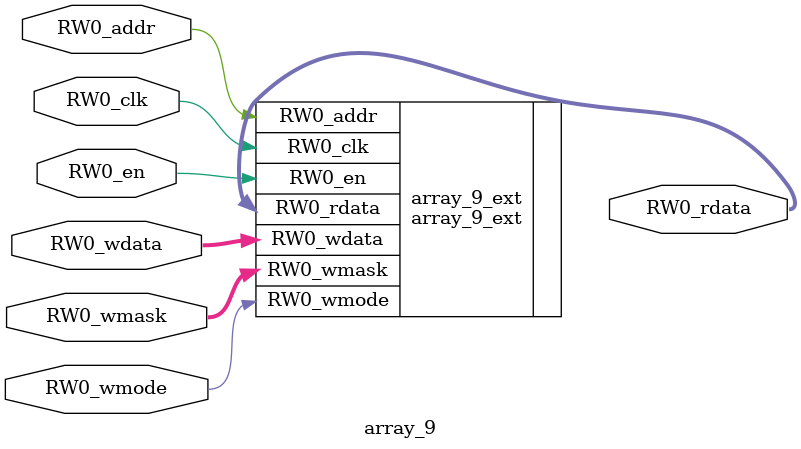
<source format=sv>
`ifndef RANDOMIZE
  `ifdef RANDOMIZE_MEM_INIT
    `define RANDOMIZE
  `endif // RANDOMIZE_MEM_INIT
`endif // not def RANDOMIZE
`ifndef RANDOMIZE
  `ifdef RANDOMIZE_REG_INIT
    `define RANDOMIZE
  `endif // RANDOMIZE_REG_INIT
`endif // not def RANDOMIZE

`ifndef RANDOM
  `define RANDOM $random
`endif // not def RANDOM

// Users can define INIT_RANDOM as general code that gets injected into the
// initializer block for modules with registers.
`ifndef INIT_RANDOM
  `define INIT_RANDOM
`endif // not def INIT_RANDOM

// If using random initialization, you can also define RANDOMIZE_DELAY to
// customize the delay used, otherwise 0.002 is used.
`ifndef RANDOMIZE_DELAY
  `define RANDOMIZE_DELAY 0.002
`endif // not def RANDOMIZE_DELAY

// Define INIT_RANDOM_PROLOG_ for use in our modules below.
`ifndef INIT_RANDOM_PROLOG_
  `ifdef RANDOMIZE
    `ifdef VERILATOR
      `define INIT_RANDOM_PROLOG_ `INIT_RANDOM
    `else  // VERILATOR
      `define INIT_RANDOM_PROLOG_ `INIT_RANDOM #`RANDOMIZE_DELAY begin end
    `endif // VERILATOR
  `else  // RANDOMIZE
    `define INIT_RANDOM_PROLOG_
  `endif // RANDOMIZE
`endif // not def INIT_RANDOM_PROLOG_

// Include register initializers in init blocks unless synthesis is set
`ifndef SYNTHESIS
  `ifndef ENABLE_INITIAL_REG_
    `define ENABLE_INITIAL_REG_
  `endif // not def ENABLE_INITIAL_REG_
`endif // not def SYNTHESIS

// Include rmemory initializers in init blocks unless synthesis is set
`ifndef SYNTHESIS
  `ifndef ENABLE_INITIAL_MEM_
    `define ENABLE_INITIAL_MEM_
  `endif // not def ENABLE_INITIAL_MEM_
`endif // not def SYNTHESIS

module array_9(
  input         RW0_addr,
  input         RW0_en,
  input         RW0_clk,
  input         RW0_wmode,
  input  [95:0] RW0_wdata,
  output [95:0] RW0_rdata,
  input  [1:0]  RW0_wmask
);

  array_9_ext array_9_ext (
    .RW0_addr  (RW0_addr),
    .RW0_en    (RW0_en),
    .RW0_clk   (RW0_clk),
    .RW0_wmode (RW0_wmode),
    .RW0_wdata (RW0_wdata),
    .RW0_rdata (RW0_rdata),
    .RW0_wmask (RW0_wmask)
  );
endmodule


</source>
